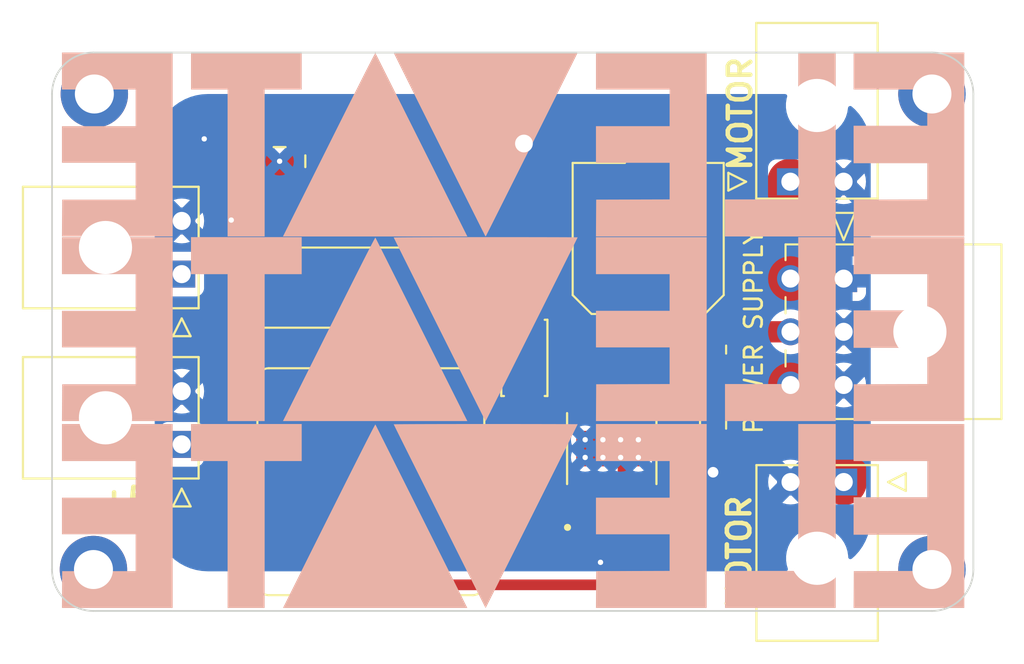
<source format=kicad_pcb>
(kicad_pcb (version 20221018) (generator pcbnew)
  (layers (0 "F.Cu" signal) (31 "B.Cu" signal) (34 "B.Paste" user) (35 "F.Paste" user) (36 "B.SilkS" user "B.Silkscreen") (37 "F.SilkS" user "F.Silkscreen") (38 "B.Mask" user) (39 "F.Mask" user) (44 "Edge.Cuts" user))
  (net 0 "")
  (net 1 "+15V")
  (net 2 "GND")
  (net 3 "+5V")
  (net 4 "Net-(U1-VD)")
  (net 5 "Net-(U1-BST)")
  (net 6 "+3V3")
  (net 7 "/MOTOR_PS1")
  (net 8 "/MOTOR_PS2")
  (net 9 "Net-(U1-ON{slash}~{OFF})")
  (net 11 "Net-(D1-C)")
  (footprint "Resistor_SMD:R_0805_2012Metric_Pad1.20x1.40mm_HandSolder" (layer "F.Cu") (at 158.75 74.87 -90)
    (fp_text reference "R1" hide)
    (fp_text value "1M" hide)
    (fp_line (start -0.227064 -0.735) (end 0.227064 -0.735) (stroke (width 0.12)) (layer "F.SilkS"))
    (fp_line (start -0.227064 0.735) (end 0.227064 0.735) (stroke (width 0.12)) (layer "F.SilkS"))
    (pad "1" smd roundrect (at -1 0 270) (size 1.2 1.4) (layers "F.Cu" "F.Paste" "F.Mask") (roundrect_rratio 0.2083333333) (net 1 "+15V"))
    (pad "2" smd roundrect (at 1 0 270) (size 1.2 1.4) (layers "F.Cu" "F.Paste" "F.Mask") (roundrect_rratio 0.2083333333) (net 9 "Net-(U1-ON{slash}~{OFF})"))
  )
  (footprint "PDB_Diode:DIOM5226X230N" (layer "F.Cu") (at 148.104 75.3375 90)
    (fp_text reference "D1" hide)
    (fp_text value "D_Schottky" hide)
    (fp_line (start -2.15 -1.3025) (end 2.15 -1.3025) (stroke (width 0.127)) (layer "F.SilkS"))
    (fp_line (start -2.15 -1.15) (end -2.15 -1.3025) (stroke (width 0.127)) (layer "F.SilkS"))
    (fp_line (start -2.15 1.3025) (end -2.15 1.15) (stroke (width 0.127)) (layer "F.SilkS"))
    (fp_line (start 2.15 -1.3025) (end 2.15 -1.15) (stroke (width 0.127)) (layer "F.SilkS"))
    (fp_line (start 2.15 1.15) (end 2.15 1.3025) (stroke (width 0.127)) (layer "F.SilkS"))
    (fp_line (start 2.15 1.3025) (end -2.15 1.3025) (stroke (width 0.127)) (layer "F.SilkS"))
    (fp_circle (center -4.1 0) (end -4 0) (stroke (width 0.2)) (fill none) (layer "F.SilkS"))
    (pad "1" smd rect (at -2.135 0 90) (size 2.33 1.55) (layers "F.Cu" "F.Paste" "F.Mask") (net 11 "Net-(D1-C)"))
    (pad "2" smd rect (at 2.135 0 90) (size 2.33 1.55) (layers "F.Cu" "F.Paste" "F.Mask") (net 2 "GND"))
  )
  (footprint "Resistor_SMD:R_0805_2012Metric_Pad1.20x1.40mm_HandSolder" (layer "F.Cu") (at 158.75 79.105 -90)
    (fp_text reference "R2" hide)
    (fp_text value "130k" hide)
    (fp_line (start -0.227064 -0.735) (end 0.227064 -0.735) (stroke (width 0.12)) (layer "F.SilkS"))
    (fp_line (start -0.227064 0.735) (end 0.227064 0.735) (stroke (width 0.12)) (layer "F.SilkS"))
    (pad "1" smd roundrect (at -1 0 270) (size 1.2 1.4) (layers "F.Cu" "F.Paste" "F.Mask") (roundrect_rratio 0.2083333333) (net 9 "Net-(U1-ON{slash}~{OFF})"))
    (pad "2" smd roundrect (at 1 0 270) (size 1.2 1.4) (layers "F.Cu" "F.Paste" "F.Mask") (roundrect_rratio 0.2083333333) (net 2 "GND"))
  )
  (footprint "MountingHole:MountingHole_2.2mm_M2_DIN965_Pad_TopBottom" (layer "F.Cu") (at 123.7996 87.2744)
    (fp_text reference "REF**" hide)
    (fp_text value "MountingHole_2.2mm_M2_DIN965_Pad_TopBottom" hide)
    (pad "1" thru_hole circle (at 0 0) (size 2.6 2.6) (drill 2.2) (layers "*.Cu" "*.Mask"))
    (pad "1" connect circle (at 0 0) (size 3.8 3.8) (layers "F.Cu" "F.Mask"))
    (pad "1" connect circle (at 0 0) (size 3.8 3.8) (layers "B.Cu" "B.Mask"))
  )
  (footprint "Capacitor_SMD:C_01005_0402Metric_Pad0.57x0.30mm_HandSolder" (layer "F.Cu") (at 149.606 80.45 90)
    (fp_text reference "C_IN2" hide)
    (fp_text value "0.1uF" hide)
    (pad "1" smd roundrect (at -0.3375 0 90) (size 0.575 0.3) (layers "F.Cu" "F.Mask") (net 5 "Net-(U1-BST)"))
    (pad "2" smd roundrect (at 0.3375 0 90) (size 0.575 0.3) (layers "F.Cu" "F.Mask") (net 11 "Net-(D1-C)"))
  )
  (footprint "2_Pin:215760-YY02" (layer "F.Cu") (at 163.11 65.4 180)
    (fp_text reference "J4" hide)
    (fp_text value "MOTOR" (at 2.836 3.8304 90) (layer "F.SilkS") (effects (font (size 1.27 1.27) (thickness 0.254))))
    (fp_line (start -4.925 -0.955) (end 1.925 -0.955) (stroke (width 0.127)) (layer "F.SilkS"))
    (fp_line (start -4.925 8.955) (end -4.925 -0.955) (stroke (width 0.127)) (layer "F.SilkS"))
    (fp_line (start 1.925 -0.955) (end 1.925 8.955) (stroke (width 0.127)) (layer "F.SilkS"))
    (fp_line (start 1.925 8.955) (end -4.925 8.955) (stroke (width 0.127)) (layer "F.SilkS"))
    (fp_line (start 2.5 0) (end 3.5 -0.5) (stroke (width 0.127)) (layer "F.SilkS"))
    (fp_line (start 3.5 -0.5) (end 3.5 0.5) (stroke (width 0.127)) (layer "F.SilkS"))
    (fp_line (start 3.5 0.5) (end 2.5 0) (stroke (width 0.127)) (layer "F.SilkS"))
    (pad "" np_thru_hole circle (at -1.5 4.3 180) (size 3 3) (drill 3) (layers "F&B.Cu" "*.Mask"))
    (pad "1" thru_hole rect (at 0 0 180) (size 1.52 1.52) (drill 1.02) (layers "*.Cu" "*.Mask") (net 7 "/MOTOR_PS1"))
    (pad "2" thru_hole circle (at -3 0 180) (size 1.52 1.52) (drill 1.02) (layers "*.Cu" "*.Mask") (net 2 "GND"))
  )
  (footprint "Capacitor_SMD:C_01005_0402Metric_Pad0.57x0.30mm_HandSolder" (layer "F.Cu") (at 131.3365 62.992 180)
    (fp_text reference "C_IN4" hide)
    (fp_text value "0.1uF" hide)
    (pad "1" smd roundrect (at -0.3375 0 180) (size 0.575 0.3) (layers "F.Cu" "F.Mask") (net 6 "+3V3"))
    (pad "2" smd roundrect (at 0.3375 0 180) (size 0.575 0.3) (layers "F.Cu" "F.Mask") (net 2 "GND"))
  )
  (footprint "Capacitor_SMD:C_01005_0402Metric_Pad0.57x0.30mm_HandSolder" (layer "F.Cu") (at 133.01 67.564)
    (fp_text reference "C_IN3" hide)
    (fp_text value "0.1uF" hide)
    (pad "1" smd roundrect (at -0.3375 0) (size 0.575 0.3) (layers "F.Cu" "F.Mask") (net 2 "GND"))
    (pad "2" smd roundrect (at 0.3375 0) (size 0.575 0.3) (layers "F.Cu" "F.Mask") (net 3 "+5V"))
  )
  (footprint "2_Pin:215760-YY02" (layer "F.Cu") (at 128.778 80.216 -90)
    (fp_text reference "J2" hide)
    (fp_text value "+5V" (at 3.096 2.667) (layer "F.SilkS") (effects (font (size 1.27 1.27) (thickness 0.254))))
    (fp_line (start -4.925 -0.955) (end 1.925 -0.955) (stroke (width 0.127)) (layer "F.SilkS"))
    (fp_line (start -4.925 8.955) (end -4.925 -0.955) (stroke (width 0.127)) (layer "F.SilkS"))
    (fp_line (start 1.925 -0.955) (end 1.925 8.955) (stroke (width 0.127)) (layer "F.SilkS"))
    (fp_line (start 1.925 8.955) (end -4.925 8.955) (stroke (width 0.127)) (layer "F.SilkS"))
    (fp_line (start 2.5 0) (end 3.5 -0.5) (stroke (width 0.127)) (layer "F.SilkS"))
    (fp_line (start 3.5 -0.5) (end 3.5 0.5) (stroke (width 0.127)) (layer "F.SilkS"))
    (fp_line (start 3.5 0.5) (end 2.5 0) (stroke (width 0.127)) (layer "F.SilkS"))
    (pad "" np_thru_hole circle (at -1.5 4.3 270) (size 3 3) (drill 3) (layers "*.Cu" "*.Mask"))
    (pad "1" thru_hole rect (at 0 0 270) (size 1.52 1.52) (drill 1.02) (layers "*.Cu" "*.Mask") (net 3 "+5V"))
    (pad "2" thru_hole circle (at -3 0 270) (size 1.52 1.52) (drill 1.02) (layers "*.Cu" "*.Mask") (net 2 "GND"))
  )
  (footprint "2_Pin:215760-YY02" (layer "F.Cu") (at 128.778 70.612 -90)
    (fp_text reference "J3" hide)
    (fp_text value "+3V3" (at 3.302 3.302) (layer "F.SilkS") (effects (font (size 1.27 1.27) (thickness 0.254))))
    (fp_line (start -4.925 -0.955) (end 1.925 -0.955) (stroke (width 0.127)) (layer "F.SilkS"))
    (fp_line (start -4.925 8.955) (end -4.925 -0.955) (stroke (width 0.127)) (layer "F.SilkS"))
    (fp_line (start 1.925 -0.955) (end 1.925 8.955) (stroke (width 0.127)) (layer "F.SilkS"))
    (fp_line (start 1.925 8.955) (end -4.925 8.955) (stroke (width 0.127)) (layer "F.SilkS"))
    (fp_line (start 2.5 0) (end 3.5 -0.5) (stroke (width 0.127)) (layer "F.SilkS"))
    (fp_line (start 3.5 -0.5) (end 3.5 0.5) (stroke (width 0.127)) (layer "F.SilkS"))
    (fp_line (start 3.5 0.5) (end 2.5 0) (stroke (width 0.127)) (layer "F.SilkS"))
    (pad "" np_thru_hole circle (at -1.5 4.3 270) (size 3 3) (drill 3) (layers "*.Cu" "*.Mask"))
    (pad "1" thru_hole rect (at 0 0 270) (size 1.52 1.52) (drill 1.02) (layers "*.Cu" "*.Mask") (net 6 "+3V3"))
    (pad "2" thru_hole circle (at -3 0 270) (size 1.52 1.52) (drill 1.02) (layers "*.Cu" "*.Mask") (net 2 "GND"))
  )
  (footprint "MountingHole:MountingHole_2.2mm_M2_DIN965_Pad_TopBottom" (layer "F.Cu") (at 171.0944 87.2744)
    (fp_text reference "REF**" hide)
    (fp_text value "MountingHole_2.2mm_M2_DIN965_Pad_TopBottom" hide)
    (pad "1" thru_hole circle (at 0 0) (size 2.6 2.6) (drill 2.2) (layers "*.Cu" "*.Mask"))
    (pad "1" connect circle (at 0 0) (size 3.8 3.8) (layers "F.Cu" "F.Mask"))
    (pad "1" connect circle (at 0 0) (size 3.8 3.8) (layers "B.Cu" "B.Mask"))
  )
  (footprint "LDO_Regulator:SOT95P280X145-5N" (layer "F.Cu") (at 134.3 64.245 90)
    (fp_text reference "U2" hide)
    (fp_text value "5V TO 3V3 LDO")
    (fp_line (start -0.33 -1.45) (end 0.33 -1.45) (stroke (width 0.127)) (layer "F.SilkS"))
    (fp_line (start 0.33 1.45) (end -0.33 1.45) (stroke (width 0.127)) (layer "F.SilkS"))
    (fp_line (start 0.8 -0.335) (end 0.8 0.335) (stroke (width 0.127)) (layer "F.SilkS"))
    (fp_circle (center -2.41 -1.05) (end -2.31 -1.05) (stroke (width 0.2)) (fill none) (layer "F.SilkS"))
    (pad "1" smd roundrect (at -1.255 -0.95 90) (size 1.21 0.59) (layers "F.Cu" "F.Paste" "F.Mask") (roundrect_rratio 0.15) (net 3 "+5V"))
    (pad "2" smd roundrect (at -1.255 0 90) (size 1.21 0.59) (layers "F.Cu" "F.Paste" "F.Mask") (roundrect_rratio 0.15) (net 2 "GND"))
    (pad "2" thru_hole circle (at 0 0 90) (size 0.6 0.6) (drill 0.3) (layers "*.Cu" "*.Mask") (net 2 "GND"))
    (pad "2" smd rect (at 0 0 90) (size 0.75 2) (layers "F.Cu" "F.Paste" "F.Mask") (net 2 "GND"))
    (pad "3" smd roundrect (at -1.255 0.95 90) (size 1.21 0.59) (layers "F.Cu" "F.Paste" "F.Mask") (roundrect_rratio 0.15) (net 3 "+5V"))
    (pad "4" smd roundrect (at 1.255 0.95 90) (size 1.21 0.59) (layers "F.Cu" "F.Paste" "F.Mask") (roundrect_rratio 0.15))
    (pad "5" smd roundrect (at 1.255 -0.95 90) (size 1.21 0.59) (layers "F.Cu" "F.Paste" "F.Mask") (roundrect_rratio 0.15) (net 6 "+3V3"))
  )
  (footprint "6_Pin:2125280601" (layer "F.Cu") (at 166.116 70.866 90)
    (fp_text reference "J1" hide)
    (fp_text value "POWER SUPPLY" (at -2.995005 -5.08 90) (layer "F.SilkS"))
    (fp_text user "*" (at 0 0 90) (layer "F.SilkS"))
    (fp_line (start -7.920007 -3.280001) (end -7.920007 8.9) (stroke (width 0.12)) (layer "F.SilkS"))
    (fp_line (start -7.920007 8.9) (end 1.929994 8.9) (stroke (width 0.12)) (layer "F.SilkS"))
    (fp_line (start -7.043111 -3.280001) (end -7.920007 -3.280001) (stroke (width 0.12)) (layer "F.SilkS"))
    (fp_line (start -4.043112 -3.280001) (end -4.956885 -3.280001) (stroke (width 0.12)) (layer "F.SilkS"))
    (fp_line (start -1.043113 -3.280001) (end -1.956886 -3.280001) (stroke (width 0.12)) (layer "F.SilkS"))
    (fp_line (start 1.929994 -3.280001) (end 1.043113 -3.280001) (stroke (width 0.12)) (layer "F.SilkS"))
    (fp_line (start 1.929994 8.9) (end 1.929994 -3.280001) (stroke (width 0.12)) (layer "F.SilkS"))
    (fp_line (start 2.183994 0) (end 3.707993 -0.635) (stroke (width 0.12)) (layer "F.SilkS"))
    (fp_line (start 3.707993 -0.635) (end 3.707993 0.635) (stroke (width 0.12)) (layer "F.SilkS"))
    (fp_line (start 3.707993 0.635) (end 2.183994 0) (stroke (width 0.12)) (layer "F.SilkS"))
    (pad "" np_thru_hole circle (at -2.999999 4.299999 90) (size 3 3) (drill 3) (layers "F&B.Cu" "*.Mask"))
    (pad "1" thru_hole rect (at 0 0 180) (size 1.52 1.52) (drill 1.016) (layers "*.Cu" "*.Mask") (net 2 "GND"))
    (pad "2" thru_hole circle (at -2.999999 0 90) (size 1.52 1.52) (drill 1.016) (layers "*.Cu" "*.Mask") (net 2 "GND"))
    (pad "3" thru_hole circle (at -5.999998 0 90) (size 1.52 1.52) (drill 1.016) (layers "*.Cu" "*.Mask") (net 2 "GND"))
    (pad "4" thru_hole circle (at 0 -2.999999 180) (size 1.52 1.52) (drill 1.016) (layers "*.Cu" "*.Mask") (net 7 "/MOTOR_PS1"))
    (pad "5" thru_hole circle (at -2.999999 -2.999999 90) (size 1.52 1.52) (drill 1.016) (layers "*.Cu" "*.Mask") (net 1 "+15V"))
    (pad "6" thru_hole circle (at -5.999998 -2.999999 90) (size 1.52 1.52) (drill 1.016) (layers "*.Cu" "*.Mask") (net 8 "/MOTOR_PS2"))
  )
  (footprint "Switching_Regulator:SOIC127P600X175-8N" (layer "F.Cu") (at 153.035 80.453 90)
    (fp_text reference "U1" hide)
    (fp_text value "16V TO 5V")
    (fp_line (start -2 -2.52) (end 2 -2.52) (stroke (width 0.127)) (layer "F.SilkS"))
    (fp_line (start -2 2.52) (end 2 2.52) (stroke (width 0.127)) (layer "F.SilkS"))
    (fp_circle (center -4.445 -2.495) (end -4.345 -2.495) (stroke (width 0.2)) (fill none) (layer "F.SilkS"))
    (pad "1" smd roundrect (at -2.475 -1.905 90) (size 1.97 0.59) (layers "F.Cu" "F.Paste" "F.Mask") (roundrect_rratio 0.07) (net 5 "Net-(U1-BST)"))
    (pad "2" smd roundrect (at -2.475 -0.635 90) (size 1.97 0.59) (layers "F.Cu" "F.Paste" "F.Mask") (roundrect_rratio 0.07) (net 4 "Net-(U1-VD)"))
    (pad "3" smd roundrect (at -2.475 0.635 90) (size 1.97 0.59) (layers "F.Cu" "F.Paste" "F.Mask") (roundrect_rratio 0.07) (net 2 "GND"))
    (pad "4" smd roundrect (at -2.475 1.905 90) (size 1.97 0.59) (layers "F.Cu" "F.Paste" "F.Mask") (roundrect_rratio 0.07) (net 3 "+5V"))
    (pad "5" smd roundrect (at 2.475 1.905 90) (size 1.97 0.59) (layers "F.Cu" "F.Paste" "F.Mask") (roundrect_rratio 0.07) (net 9 "Net-(U1-ON{slash}~{OFF})"))
    (pad "6" thru_hole circle (at -0.5 -1.5 90) (size 0.6 0.6) (drill 0.3) (layers "*.Cu" "*.Mask") (net 2 "GND"))
    (pad "6" thru_hole circle (at -0.5 -0.5 90) (size 0.6 0.6) (drill 0.3) (layers "*.Cu" "*.Mask") (net 2 "GND"))
    (pad "6" thru_hole circle (at -0.5 0.5 90) (size 0.6 0.6) (drill 0.3) (layers "*.Cu" "*.Mask") (net 2 "GND"))
    (pad "6" thru_hole circle (at -0.5 1.5 90) (size 0.6 0.6) (drill 0.3) (layers "*.Cu" "*.Mask") (net 2 "GND"))
    (pad "6" smd rect (at 0 0 90) (size 2 4) (layers "F.Cu" "F.Paste" "F.Mask") (net 2 "GND"))
    (pad "6" thru_hole circle (at 0.5 -1.5 90) (size 0.6 0.6) (drill 0.3) (layers "*.Cu" "*.Mask") (net 2 "GND"))
    (pad "6" thru_hole circle (at 0.5 -0.5 90) (size 0.6 0.6) (drill 0.3) (layers "*.Cu" "*.Mask") (net 2 "GND"))
    (pad "6" thru_hole circle (at 0.5 0.5 90) (size 0.6 0.6) (drill 0.3) (layers "*.Cu" "*.Mask") (net 2 "GND"))
    (pad "6" thru_hole circle (at 0.5 1.5 90) (size 0.6 0.6) (drill 0.3) (layers "*.Cu" "*.Mask") (net 2 "GND"))
    (pad "6" smd roundrect (at 2.475 0.635 90) (size 1.97 0.59) (layers "F.Cu" "F.Paste" "F.Mask") (roundrect_rratio 0.07) (net 2 "GND"))
    (pad "7" smd roundrect (at 2.475 -0.635 90) (size 1.97 0.59) (layers "F.Cu" "F.Paste" "F.Mask") (roundrect_rratio 0.07) (net 1 "+15V"))
    (pad "8" smd roundrect (at 2.475 -1.905 90) (size 1.97 0.59) (layers "F.Cu" "F.Paste" "F.Mask") (roundrect_rratio 0.07) (net 11 "Net-(D1-C)"))
  )
  (footprint "Inductor_SMD:L_Bourns_SRR1260" (layer "F.Cu") (at 139.446 82.32 -90)
    (fp_text reference "L1" hide)
    (fp_text value "220uH" hide)
    (fp_line (start -6.4 -5.75) (end -6.4 -3) (stroke (width 0.12)) (layer "F.SilkS"))
    (fp_line (start -6.4 3) (end -6.4 5.75) (stroke (width 0.12)) (layer "F.SilkS"))
    (fp_line (start -5.75 -6.4) (end 5.75 -6.4) (stroke (width 0.12)) (layer "F.SilkS"))
    (fp_line (start 5.75 6.4) (end -5.75 6.4) (stroke (width 0.12)) (layer "F.SilkS"))
    (fp_line (start 6.4 -5.75) (end 6.4 -3) (stroke (width 0.12)) (layer "F.SilkS"))
    (fp_line (start 6.4 3) (end 6.4 5.75) (stroke (width 0.12)) (layer "F.SilkS"))
    (fp_arc (start -6.4 -5.75) (mid -6.209619 -6.209619) (end -5.75 -6.4) (stroke (width 0.12)) (layer "F.SilkS"))
    (fp_arc (start -5.75 6.4) (mid -6.209619 6.209619) (end -6.4 5.75) (stroke (width 0.12)) (layer "F.SilkS"))
    (fp_arc (start 5.75 -6.4) (mid 6.209619 -6.209619) (end 6.4 -5.75) (stroke (width 0.12)) (layer "F.SilkS"))
    (fp_arc (start 6.4 5.75) (mid 6.209619 6.209619) (end 5.75 6.4) (stroke (width 0.12)) (layer "F.SilkS"))
    (pad "1" smd rect (at -4.85 0 270) (size 2.9 5.4) (layers "F.Cu" "F.Paste" "F.Mask") (net 11 "Net-(D1-C)"))
    (pad "2" smd rect (at 4.85 0 270) (size 2.9 5.4) (layers "F.Cu" "F.Paste" "F.Mask") (net 3 "+5V"))
  )
  (footprint "Capacitor_SMD:C_01005_0402Metric_Pad0.57x0.30mm_HandSolder" (layer "F.Cu") (at 152.4 85.4525 -90)
    (fp_text reference "C_IN1" hide)
    (fp_text value "0.1uF" hide)
    (pad "1" smd roundrect (at -0.3375 0 270) (size 0.575 0.3) (layers "F.Cu" "F.Mask") (net 4 "Net-(U1-VD)"))
    (pad "2" smd roundrect (at 0.3375 0 270) (size 0.575 0.3) (layers "F.Cu" "F.Mask") (net 2 "GND"))
  )
  (footprint "Capacitor_Tantalum_SMD:CP_EIA-7343-31_Kemet-D_Pad2.25x2.55mm_HandSolder" (layer "F.Cu") (at 137.541 71.374)
    (fp_text reference "C2" hide)
    (fp_text value "33uF" hide)
    (fp_line (start -4.585 -2.26) (end -4.585 2.26) (stroke (width 0.12)) (layer "F.SilkS"))
    (fp_line (start -4.585 2.26) (end 3.65 2.26) (stroke (width 0.12)) (layer "F.SilkS"))
    (fp_line (start 3.65 -2.26) (end -4.585 -2.26) (stroke (width 0.12)) (layer "F.SilkS"))
    (pad "1" smd roundrect (at -3.2 0) (size 2.25 2.55) (layers "F.Cu" "F.Paste" "F.Mask") (roundrect_rratio 0.1111111111) (net 3 "+5V"))
    (pad "2" smd roundrect (at 3.2 0) (size 2.25 2.55) (layers "F.Cu" "F.Paste" "F.Mask") (roundrect_rratio 0.1111111111) (net 2 "GND"))
  )
  (footprint "MountingHole:MountingHole_2.2mm_M2_DIN965_Pad_TopBottom" (layer "F.Cu") (at 123.8504 60.452)
    (fp_text reference "REF**" hide)
    (fp_text value "MountingHole_2.2mm_M2_DIN965_Pad_TopBottom" hide)
    (pad "1" thru_hole circle (at 0 0) (size 2.6 2.6) (drill 2.2) (layers "*.Cu" "*.Mask"))
    (pad "1" connect circle (at 0 0) (size 3.8 3.8) (layers "F.Cu" "F.Mask"))
    (pad "1" connect circle (at 0 0) (size 3.8 3.8) (layers "B.Cu" "B.Mask"))
  )
  (footprint "2_Pin:215760-YY02" (layer "F.Cu") (at 166.12 82.34)
    (fp_text reference "J5" hide)
    (fp_text value "MOTOR" (at -5.8968 3.9692 90) (layer "F.SilkS") (effects (font (size 1.27 1.27) (thickness 0.254))))
    (fp_line (start -4.925 -0.955) (end 1.925 -0.955) (stroke (width 0.127)) (layer "F.SilkS"))
    (fp_line (start -4.925 8.955) (end -4.925 -0.955) (stroke (width 0.127)) (layer "F.SilkS"))
    (fp_line (start 1.925 -0.955) (end 1.925 8.955) (stroke (width 0.127)) (layer "F.SilkS"))
    (fp_line (start 1.925 8.955) (end -4.925 8.955) (stroke (width 0.127)) (layer "F.SilkS"))
    (fp_line (start 2.5 0) (end 3.5 -0.5) (stroke (width 0.127)) (layer "F.SilkS"))
    (fp_line (start 3.5 -0.5) (end 3.5 0.5) (stroke (width 0.127)) (layer "F.SilkS"))
    (fp_line (start 3.5 0.5) (end 2.5 0) (stroke (width 0.127)) (layer "F.SilkS"))
    (pad "" np_thru_hole circle (at -1.5 4.3) (size 3 3) (drill 3) (layers "*.Cu" "*.Mask"))
    (pad "1" thru_hole rect (at 0 0) (size 1.52 1.52) (drill 1.02) (layers "*.Cu" "*.Mask") (net 8 "/MOTOR_PS2"))
    (pad "2" thru_hole circle (at -3 0) (size 1.52 1.52) (drill 1.02) (layers "*.Cu" "*.Mask") (net 2 "GND"))
  )
  (footprint "MountingHole:MountingHole_2.2mm_M2_DIN965_Pad_TopBottom" (layer "F.Cu") (at 171.0944 60.452)
    (fp_text reference "REF**" hide)
    (fp_text value "MountingHole_2.2mm_M2_DIN965_Pad_TopBottom" hide)
    (pad "1" thru_hole circle (at 0 0) (size 2.6 2.6) (drill 2.2) (layers "*.Cu" "*.Mask"))
    (pad "1" connect circle (at 0 0) (size 3.8 3.8) (layers "F.Cu" "F.Mask"))
    (pad "1" connect circle (at 0 0) (size 3.8 3.8) (layers "B.Cu" "B.Mask"))
  )
  (footprint "Capacitor_SMD:C_Elec_8x10.2" (layer "F.Cu") (at 155.09 68.6 90)
    (fp_text reference "C1" hide)
    (fp_text value "100uF" hide)
    (fp_line (start -4.26 -3.195563) (end -4.26 -1.31) (stroke (width 0.12)) (layer "F.SilkS"))
    (fp_line (start -4.26 -3.195563) (end -3.195563 -4.26) (stroke (width 0.12)) (layer "F.SilkS"))
    (fp_line (start -4.26 3.195563) (end -4.26 1.31) (stroke (width 0.12)) (layer "F.SilkS"))
    (fp_line (start -4.26 3.195563) (end -3.195563 4.26) (stroke (width 0.12)) (layer "F.SilkS"))
    (fp_line (start -3.195563 -4.26) (end 4.26 -4.26) (stroke (width 0.12)) (layer "F.SilkS"))
    (fp_line (start -3.195563 4.26) (end 4.26 4.26) (stroke (width 0.12)) (layer "F.SilkS"))
    (fp_line (start 4.26 -4.26) (end 4.26 -1.31) (stroke (width 0.12)) (layer "F.SilkS"))
    (fp_line (start 4.26 4.26) (end 4.26 1.31) (stroke (width 0.12)) (layer "F.SilkS"))
    (pad "1" smd roundrect (at -3.6 0 90) (size 4.5 2.1) (layers "F.Cu" "F.Paste" "F.Mask") (roundrect_rratio 0.1190480952) (net 1 "+15V"))
    (pad "2" smd roundrect (at 3.6 0 90) (size 4.5 2.1) (layers "F.Cu" "F.Paste" "F.Mask") (roundrect_rratio 0.1190480952) (net 2 "GND"))
  )
  (footprint "Elevate_Logo:ElevateLogo" (layer "B.Cu") (at 147.447 63.373 180)
    (fp_text reference "G***" hide)
    (fp_text value "LOGO" hide)
    (fp_poly (pts (xy -16.105518 1.11878) (xy -16.105518 -3.024395) (xy -14.040077 -3.024395) (xy -11.974637 -3.024395) (xy -11.974637 -4.069409) (xy -11.974637 -5.114424) (xy -15.097386 -5.114424) (xy -18.220135 -5.114424) (xy -18.220135 0.073766) (xy -18.220135 5.261955) (xy -17.162826 5.261955) (xy -16.105518 5.261955)) (fill solid) (layer "B.SilkS"))
    (fp_poly (pts (xy 18.14637 4.216941) (xy 18.14637 3.171926) (xy 17.11365 3.171926) (xy 16.08093 3.171926) (xy 16.08093 -0.971249) (xy 16.08093 -5.114424) (xy 15.035915 -5.114424) (xy 13.990901 -5.114424) (xy 13.990901 -0.971249) (xy 13.990901 3.171926) (xy 12.945886 3.171926) (xy 11.900872 3.171926) (xy 11.900872 4.216941) (xy 11.900872 5.261955) (xy 15.023621 5.261955) (xy 18.14637 5.261955)) (fill solid) (layer "B.SilkS"))
    (fp_poly (pts (xy -19.228267 4.216941) (xy -19.228267 3.171926) (xy -21.306002 3.171926) (xy -23.383736 3.171926) (xy -23.383736 2.151501) (xy -23.383736 1.131075) (xy -21.306002 1.131075) (xy -19.228267 1.131075) (xy -19.228267 0.073766) (xy -19.228267 -0.983543) (xy -21.306002 -0.983543) (xy -23.383736 -0.983543) (xy -23.383736 -2.003829) (xy -23.383736 -3.024116) (xy -21.312149 -3.030402) (xy -19.240561 -3.036689) (xy -19.234147 -4.075557) (xy -19.227733 -5.114424) (xy -22.350749 -5.114424) (xy -25.473765 -5.114424) (xy -25.473765 0.073766) (xy -25.473765 5.261955) (xy -22.351016 5.261955) (xy -19.228267 5.261955)) (fill solid) (layer "B.SilkS"))
    (fp_poly (pts (xy -4.696418 4.216941) (xy -4.696418 3.171926) (xy -6.774153 3.171926) (xy -8.851887 3.171926) (xy -8.851887 2.139206) (xy -8.851887 1.106486) (xy -6.774153 1.106486) (xy -4.696418 1.106486) (xy -4.696418 0.073766) (xy -4.696418 -0.958954) (xy -6.774153 -0.958954) (xy -8.851887 -0.958954) (xy -8.851887 -1.991535) (xy -8.851887 -3.024116) (xy -6.7803 -3.030402) (xy -4.708712 -3.036689) (xy -4.702298 -4.075557) (xy -4.695884 -5.114424) (xy -7.8189 -5.114424) (xy -10.941916 -5.114424) (xy -10.941916 0.073766) (xy -10.941916 5.261955) (xy -7.819167 5.261955) (xy -4.696418 5.261955)) (fill solid) (layer "B.SilkS"))
    (fp_poly (pts (xy 25.424589 4.216941) (xy 25.424589 3.171926) (xy 23.346854 3.171926) (xy 21.269119 3.171926) (xy 21.269119 2.139206) (xy 21.269119 1.106486) (xy 23.346854 1.106486) (xy 25.424589 1.106486) (xy 25.424589 0.073766) (xy 25.424589 -0.958954) (xy 23.346854 -0.958954) (xy 21.269119 -0.958954) (xy 21.269118 -1.997822) (xy 21.269117 -3.036689) (xy 23.340706 -3.036689) (xy 25.412295 -3.036689) (xy 25.418709 -4.075557) (xy 25.425123 -5.114424) (xy 22.302107 -5.114424) (xy 19.17909 -5.114424) (xy 19.17909 0.073766) (xy 19.17909 5.261955) (xy 22.30184 5.261955) (xy 25.424589 5.261955)) (fill solid) (layer "B.SilkS"))
    (fp_poly (pts (xy 7.753813 5.224584) (xy 7.778991 5.18297) (xy 7.819648 5.109756) (xy 7.876195 5.004131) (xy 7.949045 4.865283) (xy 8.038608 4.692401) (xy 8.145299 4.484673) (xy 8.269528 4.241287) (xy 8.411707 3.961431) (xy 8.572248 3.644295) (xy 8.751565 3.289066) (xy 8.950068 2.894933) (xy 9.168169 2.461085) (xy 9.406281 1.986709) (xy 9.664816 1.470994) (xy 9.944185 0.913129) (xy 10.244801 0.312301) (xy 10.361991 0.077956) (xy 12.958204 -5.114424) (xy 7.757654 -5.114424) (xy 2.557104 -5.114424) (xy 5.139363 0.04303) (xy 5.376465 0.516547) (xy 5.607883 0.978635) (xy 5.832643 1.427355) (xy 6.049772 1.860767) (xy 6.258298 2.276931) (xy 6.457249 2.673909) (xy 6.64565 3.049761) (xy 6.82253 3.402546) (xy 6.986916 3.730325) (xy 7.137834 4.03116) (xy 7.274312 4.30311) (xy 7.395378 4.544235) (xy 7.500057 4.752597) (xy 7.587378 4.926255) (xy 7.656368 5.06327) (xy 7.706053 5.161703) (xy 7.735461 5.219614) (xy 7.7437 5.23541)) (fill solid) (layer "B.SilkS"))
    (fp_poly (pts (xy 2.025867 5.261869) (xy 2.514048 5.261617) (xy 2.98677 5.261205) (xy 3.441765 5.260643) (xy 3.876768 5.259938) (xy 4.289513 5.259099) (xy 4.677732 5.258133) (xy 5.039159 5.257049) (xy 5.371529 5.255855) (xy 5.672575 5.254558) (xy 5.940031 5.253167) (xy 6.171629 5.25169) (xy 6.365105 5.250134) (xy 6.518191 5.248509) (xy 6.628621 5.246822) (xy 6.694129 5.24508) (xy 6.712816 5.243514) (xy 6.702012 5.220722) (xy 6.670363 5.156302) (xy 6.619042 5.052598) (xy 6.549222 4.911957) (xy 6.462074 4.736722) (xy 6.358771 4.52924) (xy 6.240487 4.291856) (xy 6.108392 4.026913) (xy 5.96366 3.736758) (xy 5.807463 3.423736) (xy 5.640973 3.090191) (xy 5.465363 2.738469) (xy 5.281805 2.370915) (xy 5.091473 1.989874) (xy 4.895537 1.597691) (xy 4.695171 1.196711) (xy 4.491547 0.789279) (xy 4.285837 0.37774) (xy 4.079214 -0.03556) (xy 3.872851 -0.448276) (xy 3.667919 -0.858064) (xy 3.465592 -1.262579) (xy 3.267041 -1.659474) (xy 3.07344 -2.046406) (xy 2.885959 -2.421029) (xy 2.705773 -2.780998) (xy 2.534053 -3.123967) (xy 2.371972 -3.447593) (xy 2.220703 -3.749529) (xy 2.081417 -4.027431) (xy 1.955287 -4.278953) (xy 1.843485 -4.501751) (xy 1.747185 -4.693479) (xy 1.667558 -4.851792) (xy 1.605777 -4.974345) (xy 1.563014 -5.058794) (xy 1.540442 -5.102792) (xy 1.537111 -5.108871) (xy 1.519997 -5.098848) (xy 1.507361 -5.084282) (xy 1.494319 -5.059775) (xy 1.460531 -4.993728) (xy 1.407173 -4.888489) (xy 1.335418 -4.746406) (xy 1.246443 -4.569828) (xy 1.141422 -4.361103) (xy 1.02153 -4.122577) (xy 0.887943 -3.8566) (xy 0.741835 -3.56552) (xy 0.584381 -3.251683) (xy 0.416757 -2.917439) (xy 0.240137 -2.565135) (xy 0.055697 -2.197119) (xy -0.135388 -1.815739) (xy -0.331943 -1.423344) (xy -0.532794 -1.022281) (xy -0.736765 -0.614898) (xy -0.942681 -0.203543) (xy -1.149367 0.209436) (xy -1.355648 0.621691) (xy -1.560348 1.030874) (xy -1.762294 1.434636) (xy -1.960309 1.830631) (xy -2.15322 2.216509) (xy -2.339849 2.589924) (xy -2.519024 2.948526) (xy -2.689568 3.289969) (xy -2.850306 3.611903) (xy -3.000064 3.911982) (xy -3.137667 4.187857) (xy -3.261938 4.43718) (xy -3.371704 4.657602) (xy -3.465789 4.846778) (xy -3.543019 5.002357) (xy -3.602217 5.121992) (xy -3.642209 5.203336) (xy -3.661821 5.244039) (xy -3.663698 5.248443) (xy -3.639487 5.249749) (xy -3.568365 5.25102) (xy -3.452599 5.252251) (xy -3.294454 5.253436) (xy -3.096197 5.254569) (xy -2.860095 5.255644) (xy -2.588412 5.256655) (xy -2.283417 5.257597) (xy -1.947374 5.258462) (xy -1.582551 5.259246) (xy -1.191213 5.259943) (xy -0.775627 5.260546) (xy -0.338059 5.26105) (xy 0.119224 5.261449) (xy 0.593957 5.261736) (xy 1.083873 5.261907) (xy 1.524492 5.261955)) (fill solid) (layer "B.SilkS"))
  )
  (footprint "Elevate_Logo:ElevateLogo" (layer "B.Cu") (at 147.447 73.787 180)
    (fp_text reference "G***" hide)
    (fp_text value "LOGO" hide)
    (fp_poly (pts (xy -16.105518 1.11878) (xy -16.105518 -3.024395) (xy -14.040077 -3.024395) (xy -11.974637 -3.024395) (xy -11.974637 -4.069409) (xy -11.974637 -5.114424) (xy -15.097386 -5.114424) (xy -18.220135 -5.114424) (xy -18.220135 0.073766) (xy -18.220135 5.261955) (xy -17.162826 5.261955) (xy -16.105518 5.261955)) (fill solid) (layer "B.SilkS"))
    (fp_poly (pts (xy 18.14637 4.216941) (xy 18.14637 3.171926) (xy 17.11365 3.171926) (xy 16.08093 3.171926) (xy 16.08093 -0.971249) (xy 16.08093 -5.114424) (xy 15.035915 -5.114424) (xy 13.990901 -5.114424) (xy 13.990901 -0.971249) (xy 13.990901 3.171926) (xy 12.945886 3.171926) (xy 11.900872 3.171926) (xy 11.900872 4.216941) (xy 11.900872 5.261955) (xy 15.023621 5.261955) (xy 18.14637 5.261955)) (fill solid) (layer "B.SilkS"))
    (fp_poly (pts (xy -19.228267 4.216941) (xy -19.228267 3.171926) (xy -21.306002 3.171926) (xy -23.383736 3.171926) (xy -23.383736 2.151501) (xy -23.383736 1.131075) (xy -21.306002 1.131075) (xy -19.228267 1.131075) (xy -19.228267 0.073766) (xy -19.228267 -0.983543) (xy -21.306002 -0.983543) (xy -23.383736 -0.983543) (xy -23.383736 -2.003829) (xy -23.383736 -3.024116) (xy -21.312149 -3.030402) (xy -19.240561 -3.036689) (xy -19.234147 -4.075557) (xy -19.227733 -5.114424) (xy -22.350749 -5.114424) (xy -25.473765 -5.114424) (xy -25.473765 0.073766) (xy -25.473765 5.261955) (xy -22.351016 5.261955) (xy -19.228267 5.261955)) (fill solid) (layer "B.SilkS"))
    (fp_poly (pts (xy -4.696418 4.216941) (xy -4.696418 3.171926) (xy -6.774153 3.171926) (xy -8.851887 3.171926) (xy -8.851887 2.139206) (xy -8.851887 1.106486) (xy -6.774153 1.106486) (xy -4.696418 1.106486) (xy -4.696418 0.073766) (xy -4.696418 -0.958954) (xy -6.774153 -0.958954) (xy -8.851887 -0.958954) (xy -8.851887 -1.991535) (xy -8.851887 -3.024116) (xy -6.7803 -3.030402) (xy -4.708712 -3.036689) (xy -4.702298 -4.075557) (xy -4.695884 -5.114424) (xy -7.8189 -5.114424) (xy -10.941916 -5.114424) (xy -10.941916 0.073766) (xy -10.941916 5.261955) (xy -7.819167 5.261955) (xy -4.696418 5.261955)) (fill solid) (layer "B.SilkS"))
    (fp_poly (pts (xy 25.424589 4.216941) (xy 25.424589 3.171926) (xy 23.346854 3.171926) (xy 21.269119 3.171926) (xy 21.269119 2.139206) (xy 21.269119 1.106486) (xy 23.346854 1.106486) (xy 25.424589 1.106486) (xy 25.424589 0.073766) (xy 25.424589 -0.958954) (xy 23.346854 -0.958954) (xy 21.269119 -0.958954) (xy 21.269118 -1.997822) (xy 21.269117 -3.036689) (xy 23.340706 -3.036689) (xy 25.412295 -3.036689) (xy 25.418709 -4.075557) (xy 25.425123 -5.114424) (xy 22.302107 -5.114424) (xy 19.17909 -5.114424) (xy 19.17909 0.073766) (xy 19.17909 5.261955) (xy 22.30184 5.261955) (xy 25.424589 5.261955)) (fill solid) (layer "B.SilkS"))
    (fp_poly (pts (xy 7.753813 5.224584) (xy 7.778991 5.18297) (xy 7.819648 5.109756) (xy 7.876195 5.004131) (xy 7.949045 4.865283) (xy 8.038608 4.692401) (xy 8.145299 4.484673) (xy 8.269528 4.241287) (xy 8.411707 3.961431) (xy 8.572248 3.644295) (xy 8.751565 3.289066) (xy 8.950068 2.894933) (xy 9.168169 2.461085) (xy 9.406281 1.986709) (xy 9.664816 1.470994) (xy 9.944185 0.913129) (xy 10.244801 0.312301) (xy 10.361991 0.077956) (xy 12.958204 -5.114424) (xy 7.757654 -5.114424) (xy 2.557104 -5.114424) (xy 5.139363 0.04303) (xy 5.376465 0.516547) (xy 5.607883 0.978635) (xy 5.832643 1.427355) (xy 6.049772 1.860767) (xy 6.258298 2.276931) (xy 6.457249 2.673909) (xy 6.64565 3.049761) (xy 6.82253 3.402546) (xy 6.986916 3.730325) (xy 7.137834 4.03116) (xy 7.274312 4.30311) (xy 7.395378 4.544235) (xy 7.500057 4.752597) (xy 7.587378 4.926255) (xy 7.656368 5.06327) (xy 7.706053 5.161703) (xy 7.735461 5.219614) (xy 7.7437 5.23541)) (fill solid) (layer "B.SilkS"))
    (fp_poly (pts (xy 2.025867 5.261869) (xy 2.514048 5.261617) (xy 2.98677 5.261205) (xy 3.441765 5.260643) (xy 3.876768 5.259938) (xy 4.289513 5.259099) (xy 4.677732 5.258133) (xy 5.039159 5.257049) (xy 5.371529 5.255855) (xy 5.672575 5.254558) (xy 5.940031 5.253167) (xy 6.171629 5.25169) (xy 6.365105 5.250134) (xy 6.518191 5.248509) (xy 6.628621 5.246822) (xy 6.694129 5.24508) (xy 6.712816 5.243514) (xy 6.702012 5.220722) (xy 6.670363 5.156302) (xy 6.619042 5.052598) (xy 6.549222 4.911957) (xy 6.462074 4.736722) (xy 6.358771 4.52924) (xy 6.240487 4.291856) (xy 6.108392 4.026913) (xy 5.96366 3.736758) (xy 5.807463 3.423736) (xy 5.640973 3.090191) (xy 5.465363 2.738469) (xy 5.281805 2.370915) (xy 5.091473 1.989874) (xy 4.895537 1.597691) (xy 4.695171 1.196711) (xy 4.491547 0.789279) (xy 4.285837 0.37774) (xy 4.079214 -0.03556) (xy 3.872851 -0.448276) (xy 3.667919 -0.858064) (xy 3.465592 -1.262579) (xy 3.267041 -1.659474) (xy 3.07344 -2.046406) (xy 2.885959 -2.421029) (xy 2.705773 -2.780998) (xy 2.534053 -3.123967) (xy 2.371972 -3.447593) (xy 2.220703 -3.749529) (xy 2.081417 -4.027431) (xy 1.955287 -4.278953) (xy 1.843485 -4.501751) (xy 1.747185 -4.693479) (xy 1.667558 -4.851792) (xy 1.605777 -4.974345) (xy 1.563014 -5.058794) (xy 1.540442 -5.102792) (xy 1.537111 -5.108871) (xy 1.519997 -5.098848) (xy 1.507361 -5.084282) (xy 1.494319 -5.059775) (xy 1.460531 -4.993728) (xy 1.407173 -4.888489) (xy 1.335418 -4.746406) (xy 1.246443 -4.569828) (xy 1.141422 -4.361103) (xy 1.02153 -4.122577) (xy 0.887943 -3.8566) (xy 0.741835 -3.56552) (xy 0.584381 -3.251683) (xy 0.416757 -2.917439) (xy 0.240137 -2.565135) (xy 0.055697 -2.197119) (xy -0.135388 -1.815739) (xy -0.331943 -1.423344) (xy -0.532794 -1.022281) (xy -0.736765 -0.614898) (xy -0.942681 -0.203543) (xy -1.149367 0.209436) (xy -1.355648 0.621691) (xy -1.560348 1.030874) (xy -1.762294 1.434636) (xy -1.960309 1.830631) (xy -2.15322 2.216509) (xy -2.339849 2.589924) (xy -2.519024 2.948526) (xy -2.689568 3.289969) (xy -2.850306 3.611903) (xy -3.000064 3.911982) (xy -3.137667 4.187857) (xy -3.261938 4.43718) (xy -3.371704 4.657602) (xy -3.465789 4.846778) (xy -3.543019 5.002357) (xy -3.602217 5.121992) (xy -3.642209 5.203336) (xy -3.661821 5.244039) (xy -3.663698 5.248443) (xy -3.639487 5.249749) (xy -3.568365 5.25102) (xy -3.452599 5.252251) (xy -3.294454 5.253436) (xy -3.096197 5.254569) (xy -2.860095 5.255644) (xy -2.588412 5.256655) (xy -2.283417 5.257597) (xy -1.947374 5.258462) (xy -1.582551 5.259246) (xy -1.191213 5.259943) (xy -0.775627 5.260546) (xy -0.338059 5.26105) (xy 0.119224 5.261449) (xy 0.593957 5.261736) (xy 1.083873 5.261907) (xy 1.524492 5.261955)) (fill solid) (layer "B.SilkS"))
  )
  (footprint "Elevate_Logo:ElevateLogo" (layer "B.Cu") (at 147.447 84.328 180)
    (fp_text reference "G***" hide)
    (fp_text value "LOGO" hide)
    (fp_poly (pts (xy -16.105518 1.11878) (xy -16.105518 -3.024395) (xy -14.040077 -3.024395) (xy -11.974637 -3.024395) (xy -11.974637 -4.069409) (xy -11.974637 -5.114424) (xy -15.097386 -5.114424) (xy -18.220135 -5.114424) (xy -18.220135 0.073766) (xy -18.220135 5.261955) (xy -17.162826 5.261955) (xy -16.105518 5.261955)) (fill solid) (layer "B.SilkS"))
    (fp_poly (pts (xy 18.14637 4.216941) (xy 18.14637 3.171926) (xy 17.11365 3.171926) (xy 16.08093 3.171926) (xy 16.08093 -0.971249) (xy 16.08093 -5.114424) (xy 15.035915 -5.114424) (xy 13.990901 -5.114424) (xy 13.990901 -0.971249) (xy 13.990901 3.171926) (xy 12.945886 3.171926) (xy 11.900872 3.171926) (xy 11.900872 4.216941) (xy 11.900872 5.261955) (xy 15.023621 5.261955) (xy 18.14637 5.261955)) (fill solid) (layer "B.SilkS"))
    (fp_poly (pts (xy -19.228267 4.216941) (xy -19.228267 3.171926) (xy -21.306002 3.171926) (xy -23.383736 3.171926) (xy -23.383736 2.151501) (xy -23.383736 1.131075) (xy -21.306002 1.131075) (xy -19.228267 1.131075) (xy -19.228267 0.073766) (xy -19.228267 -0.983543) (xy -21.306002 -0.983543) (xy -23.383736 -0.983543) (xy -23.383736 -2.003829) (xy -23.383736 -3.024116) (xy -21.312149 -3.030402) (xy -19.240561 -3.036689) (xy -19.234147 -4.075557) (xy -19.227733 -5.114424) (xy -22.350749 -5.114424) (xy -25.473765 -5.114424) (xy -25.473765 0.073766) (xy -25.473765 5.261955) (xy -22.351016 5.261955) (xy -19.228267 5.261955)) (fill solid) (layer "B.SilkS"))
    (fp_poly (pts (xy -4.696418 4.216941) (xy -4.696418 3.171926) (xy -6.774153 3.171926) (xy -8.851887 3.171926) (xy -8.851887 2.139206) (xy -8.851887 1.106486) (xy -6.774153 1.106486) (xy -4.696418 1.106486) (xy -4.696418 0.073766) (xy -4.696418 -0.958954) (xy -6.774153 -0.958954) (xy -8.851887 -0.958954) (xy -8.851887 -1.991535) (xy -8.851887 -3.024116) (xy -6.7803 -3.030402) (xy -4.708712 -3.036689) (xy -4.702298 -4.075557) (xy -4.695884 -5.114424) (xy -7.8189 -5.114424) (xy -10.941916 -5.114424) (xy -10.941916 0.073766) (xy -10.941916 5.261955) (xy -7.819167 5.261955) (xy -4.696418 5.261955)) (fill solid) (layer "B.SilkS"))
    (fp_poly (pts (xy 25.424589 4.216941) (xy 25.424589 3.171926) (xy 23.346854 3.171926) (xy 21.269119 3.171926) (xy 21.269119 2.139206) (xy 21.269119 1.106486) (xy 23.346854 1.106486) (xy 25.424589 1.106486) (xy 25.424589 0.073766) (xy 25.424589 -0.958954) (xy 23.346854 -0.958954) (xy 21.269119 -0.958954) (xy 21.269118 -1.997822) (xy 21.269117 -3.036689) (xy 23.340706 -3.036689) (xy 25.412295 -3.036689) (xy 25.418709 -4.075557) (xy 25.425123 -5.114424) (xy 22.302107 -5.114424) (xy 19.17909 -5.114424) (xy 19.17909 0.073766) (xy 19.17909 5.261955) (xy 22.30184 5.261955) (xy 25.424589 5.261955)) (fill solid) (layer "B.SilkS"))
    (fp_poly (pts (xy 7.753813 5.224584) (xy 7.778991 5.18297) (xy 7.819648 5.109756) (xy 7.876195 5.004131) (xy 7.949045 4.865283) (xy 8.038608 4.692401) (xy 8.145299 4.484673) (xy 8.269528 4.241287) (xy 8.411707 3.961431) (xy 8.572248 3.644295) (xy 8.751565 3.289066) (xy 8.950068 2.894933) (xy 9.168169 2.461085) (xy 9.406281 1.986709) (xy 9.664816 1.470994) (xy 9.944185 0.913129) (xy 10.244801 0.312301) (xy 10.361991 0.077956) (xy 12.958204 -5.114424) (xy 7.757654 -5.114424) (xy 2.557104 -5.114424) (xy 5.139363 0.04303) (xy 5.376465 0.516547) (xy 5.607883 0.978635) (xy 5.832643 1.427355) (xy 6.049772 1.860767) (xy 6.258298 2.276931) (xy 6.457249 2.673909) (xy 6.64565 3.049761) (xy 6.82253 3.402546) (xy 6.986916 3.730325) (xy 7.137834 4.03116) (xy 7.274312 4.30311) (xy 7.395378 4.544235) (xy 7.500057 4.752597) (xy 7.587378 4.926255) (xy 7.656368 5.06327) (xy 7.706053 5.161703) (xy 7.735461 5.219614) (xy 7.7437 5.23541)) (fill solid) (layer "B.SilkS"))
    (fp_poly (pts (xy 2.025867 5.261869) (xy 2.514048 5.261617) (xy 2.98677 5.261205) (xy 3.441765 5.260643) (xy 3.876768 5.259938) (xy 4.289513 5.259099) (xy 4.677732 5.258133) (xy 5.039159 5.257049) (xy 5.371529 5.255855) (xy 5.672575 5.254558) (xy 5.940031 5.253167) (xy 6.171629 5.25169) (xy 6.365105 5.250134) (xy 6.518191 5.248509) (xy 6.628621 5.246822) (xy 6.694129 5.24508) (xy 6.712816 5.243514) (xy 6.702012 5.220722) (xy 6.670363 5.156302) (xy 6.619042 5.052598) (xy 6.549222 4.911957) (xy 6.462074 4.736722) (xy 6.358771 4.52924) (xy 6.240487 4.291856) (xy 6.108392 4.026913) (xy 5.96366 3.736758) (xy 5.807463 3.423736) (xy 5.640973 3.090191) (xy 5.465363 2.738469) (xy 5.281805 2.370915) (xy 5.091473 1.989874) (xy 4.895537 1.597691) (xy 4.695171 1.196711) (xy 4.491547 0.789279) (xy 4.285837 0.37774) (xy 4.079214 -0.03556) (xy 3.872851 -0.448276) (xy 3.667919 -0.858064) (xy 3.465592 -1.262579) (xy 3.267041 -1.659474) (xy 3.07344 -2.046406) (xy 2.885959 -2.421029) (xy 2.705773 -2.780998) (xy 2.534053 -3.123967) (xy 2.371972 -3.447593) (xy 2.220703 -3.749529) (xy 2.081417 -4.027431) (xy 1.955287 -4.278953) (xy 1.843485 -4.501751) (xy 1.747185 -4.693479) (xy 1.667558 -4.851792) (xy 1.605777 -4.974345) (xy 1.563014 -5.058794) (xy 1.540442 -5.102792) (xy 1.537111 -5.108871) (xy 1.519997 -5.098848) (xy 1.507361 -5.084282) (xy 1.494319 -5.059775) (xy 1.460531 -4.993728) (xy 1.407173 -4.888489) (xy 1.335418 -4.746406) (xy 1.246443 -4.569828) (xy 1.141422 -4.361103) (xy 1.02153 -4.122577) (xy 0.887943 -3.8566) (xy 0.741835 -3.56552) (xy 0.584381 -3.251683) (xy 0.416757 -2.917439) (xy 0.240137 -2.565135) (xy 0.055697 -2.197119) (xy -0.135388 -1.815739) (xy -0.331943 -1.423344) (xy -0.532794 -1.022281) (xy -0.736765 -0.614898) (xy -0.942681 -0.203543) (xy -1.149367 0.209436) (xy -1.355648 0.621691) (xy -1.560348 1.030874) (xy -1.762294 1.434636) (xy -1.960309 1.830631) (xy -2.15322 2.216509) (xy -2.339849 2.589924) (xy -2.519024 2.948526) (xy -2.689568 3.289969) (xy -2.850306 3.611903) (xy -3.000064 3.911982) (xy -3.137667 4.187857) (xy -3.261938 4.43718) (xy -3.371704 4.657602) (xy -3.465789 4.846778) (xy -3.543019 5.002357) (xy -3.602217 5.121992) (xy -3.642209 5.203336) (xy -3.661821 5.244039) (xy -3.663698 5.248443) (xy -3.639487 5.249749) (xy -3.568365 5.25102) (xy -3.452599 5.252251) (xy -3.294454 5.253436) (xy -3.096197 5.254569) (xy -2.860095 5.255644) (xy -2.588412 5.256655) (xy -2.283417 5.257597) (xy -1.947374 5.258462) (xy -1.582551 5.259246) (xy -1.191213 5.259943) (xy -0.775627 5.260546) (xy -0.338059 5.26105) (xy 0.119224 5.261449) (xy 0.593957 5.261736) (xy 1.083873 5.261907) (xy 1.524492 5.261955)) (fill solid) (layer "B.SilkS"))
  )
  (gr_line (start 171.0944 89.6112) (end 123.7996 89.6112) (stroke (width 0.1)) (layer "Edge.Cuts"))
  (gr_line (start 121.4628 87.2744) (end 121.4628 60.452) (stroke (width 0.1)) (layer "Edge.Cuts"))
  (gr_arc (start 121.4628 60.452) (mid 122.147233 58.799633) (end 123.7996 58.1152) (stroke (width 0.1)) (layer "Edge.Cuts"))
  (gr_arc (start 123.7996 89.6112) (mid 122.147233 88.926767) (end 121.4628 87.2744) (stroke (width 0.1)) (layer "Edge.Cuts"))
  (gr_arc (start 173.4312 87.2744) (mid 172.746767 88.926767) (end 171.0944 89.6112) (stroke (width 0.1)) (layer "Edge.Cuts"))
  (gr_arc (start 171.0944 58.1152) (mid 172.746767 58.799633) (end 173.4312 60.452) (stroke (width 0.1)) (layer "Edge.Cuts"))
  (gr_line (start 173.4312 60.452) (end 173.4312 87.2744) (stroke (width 0.1)) (layer "Edge.Cuts"))
  (gr_line (start 123.7996 58.1152) (end 171.0944 58.1152) (stroke (width 0.1)) (layer "Edge.Cuts"))
  (segment (start 163.116001 73.865999) (end 158.754001 73.865999) (width 1.2) (layer "F.Cu") (net 1))
  (segment (start 152.4 76.05) (end 152.4 77.978) (width 0.6) (layer "F.Cu") (net 1))
  (segment (start 158.75 73.87) (end 155.53 73.87) (width 1.2) (layer "F.Cu") (net 1))
  (segment (start 155.09 73.36) (end 152.4 76.05) (width 0.6) (layer "F.Cu") (net 1))
  (segment (start 155.09 72.2) (end 155.09 73.36) (width 0.6) (layer "F.Cu") (net 1))
  (segment (start 158.754001 73.865999) (end 158.75 73.87) (width 1.2) (layer "F.Cu") (net 1))
  (segment (start 140.741 70.587) (end 148.082 63.246) (width 2.1) (layer "F.Cu") (net 2))
  (segment (start 155.09 63.858) (end 154.478 63.246) (width 2.1) (layer "F.Cu") (net 2))
  (segment (start 153.67 82.928) (end 153.67 81.088) (width 0.6) (layer "F.Cu") (net 2))
  (segment (start 152.4 85.79) (end 152.4 86.868) (width 0.3) (layer "F.Cu") (net 2))
  (segment (start 155.09 65) (end 155.09 63.858) (width 2.1) (layer "F.Cu") (net 2))
  (segment (start 153.67 79.818) (end 153.535 79.953) (width 0.6) (layer "F.Cu") (net 2))
  (segment (start 134.3 65.5) (end 134.3 64.245) (width 0.6) (layer "F.Cu") (net 2))
  (segment (start 158.75 80.105) (end 158.75 81.788) (width 1.2) (layer "F.Cu") (net 2))
  (segment (start 148.104 63.268) (end 148.082 63.246) (width 1.2) (layer "F.Cu") (net 2))
  (segment (start 131 62.992) (end 130.056 62.992) (width 0.3) (layer "F.Cu") (net 2))
  (segment (start 140.741 71.374) (end 140.741 70.587) (width 2.1) (layer "F.Cu") (net 2))
  (segment (start 153.67 81.088) (end 153.535 80.953) (width 0.6) (layer "F.Cu") (net 2))
  (segment (start 132.6725 67.564) (end 131.572 67.564) (width 0.3) (layer "F.Cu") (net 2))
  (segment (start 130.056 63) (end 130.048 62.992) (width 0.3) (layer "F.Cu") (net 2))
  (segment (start 153.67 77.978) (end 153.67 79.818) (width 0.6) (layer "F.Cu") (net 2))
  (segment (start 148.104 73.2025) (end 148.104 63.268) (width 1.2) (layer "F.Cu") (net 2))
  (segment (start 154.478 63.246) (end 148.082 63.246) (width 2.1) (layer "F.Cu") (net 2))
  (via (at 130.048 62.984) (size 0.6) (drill 0.3) (layers "F.Cu" "B.Cu") (net 2))
  (via (at 131.572 67.564) (size 0.6) (drill 0.3) (layers "F.Cu" "B.Cu") (net 2))
  (via (at 152.4 86.868) (size 0.6) (drill 0.3) (layers "F.Cu" "B.Cu") (net 2))
  (via (at 148.082 63.246) (size 2.1) (drill 1) (layers "F.Cu" "B.Cu") (net 2))
  (via (at 158.75 81.788) (size 1.2) (drill 0.6) (layers "F.Cu" "B.Cu") (net 2))
  (segment (start 135.25 65.893133) (end 134.595133 66.548) (width 0.3) (layer "F.Cu") (net 3))
  (segment (start 134.341 76.7205) (end 134.341 76.454) (width 1.2) (layer "F.Cu") (net 3))
  (segment (start 133.3475 67.0585) (end 133.3475 67.564) (width 0.3) (layer "F.Cu") (net 3))
  (segment (start 139.446 87.17) (end 140.414 88.138) (width 0.6) (layer "F.Cu") (net 3))
  (segment (start 134.341 76.454) (end 134.341 83.287) (width 2.1) (layer "F.Cu") (net 3))
  (segment (start 133.35 67.5615) (end 133.3475 67.564) (width 0.3) (layer "F.Cu") (net 3))
  (segment (start 138.224 87.17) (end 139.446 87.17) (width 2.1) (layer "F.Cu") (net 3))
  (segment (start 154.94 85.852) (end 154.94 82.928) (width 0.6) (layer "F.Cu") (net 3))
  (segment (start 134.366 71.349) (end 134.366 68.5825) (width 0.3) (layer "F.Cu") (net 3))
  (segment (start 152.654 88.138) (end 154.94 85.852) (width 0.6) (layer "F.Cu") (net 3))
  (segment (start 134.341 83.287) (end 138.224 87.17) (width 2.1) (layer "F.Cu") (net 3))
  (segment (start 140.414 88.138) (end 152.654 88.138) (width 0.6) (layer "F.Cu") (net 3))
  (segment (start 133.35 65.5) (end 133.35 67.5615) (width 0.3) (layer "F.Cu") (net 3))
  (segment (start 134.341 71.374) (end 134.366 71.349) (width 0.3) (layer "F.Cu") (net 3))
  (segment (start 130.8455 80.216) (end 134.341 76.7205) (width 1.2) (layer "F.Cu") (net 3))
  (segment (start 135.25 65.5) (end 135.25 65.893133) (width 0.3) (layer "F.Cu") (net 3))
  (segment (start 134.341 71.374) (end 134.341 76.454) (width 2.1) (layer "F.Cu") (net 3))
  (segment (start 134.595133 66.548) (end 133.858 66.548) (width 0.3) (layer "F.Cu") (net 3))
  (segment (start 133.858 66.548) (end 133.3475 67.0585) (width 0.3) (layer "F.Cu") (net 3))
  (segment (start 128.778 80.216) (end 130.8455 80.216) (width 1.2) (layer "F.Cu") (net 3))
  (segment (start 134.366 68.5825) (end 133.3475 67.564) (width 0.3) (layer "F.Cu") (net 3))
  (segment (start 152.4 82.928) (end 152.4 85.115) (width 0.3) (layer "F.Cu") (net 4))
  (segment (start 149.606 81.153) (end 149.606 80.7875) (width 0.3) (layer "F.Cu") (net 5))
  (segment (start 151.13 82.928) (end 151.13 82.677) (width 0.3) (layer "F.Cu") (net 5))
  (segment (start 151.13 82.677) (end 149.606 81.153) (width 0.3) (layer "F.Cu") (net 5))
  (segment (start 130.302 65.024) (end 131.675 63.651) (width 0.3) (layer "F.Cu") (net 6))
  (segment (start 131.675 63.651) (end 131.675 63) (width 0.3) (layer "F.Cu") (net 6))
  (segment (start 128.778 70.612) (end 130.302 69.088) (width 0.3) (layer "F.Cu") (net 6))
  (segment (start 133.35 62.99) (end 131.685 62.99) (width 0.3) (layer "F.Cu") (net 6))
  (segment (start 130.302 69.088) (end 130.302 65.024) (width 0.3) (layer "F.Cu") (net 6))
  (segment (start 131.685 62.99) (end 131.675 63) (width 0.3) (layer "F.Cu") (net 6))
  (segment (start 163.11 65.4) (end 163.11 70.859999) (width 2.6) (layer "F.Cu") (net 7))
  (segment (start 163.11 70.859999) (end 163.116001 70.866) (width 2.6) (layer "F.Cu") (net 7))
  (segment (start 166.12 81.1) (end 166.12 82.34) (width 2.6) (layer "F.Cu") (net 8))
  (segment (start 163.116001 78.096001) (end 166.12 81.1) (width 2.6) (layer "F.Cu") (net 8))
  (segment (start 163.116001 76.865998) (end 163.116001 78.096001) (width 2.6) (layer "F.Cu") (net 8))
  (segment (start 156.03 75.87) (end 154.94 76.96) (width 0.6) (layer "F.Cu") (net 9))
  (segment (start 154.94 76.96) (end 154.94 77.978) (width 0.6) (layer "F.Cu") (net 9))
  (segment (start 158.75 75.87) (end 156.03 75.87) (width 0.6) (layer "F.Cu") (net 9))
  (segment (start 158.75 75.87) (end 158.75 78.105) (width 1.2) (layer "F.Cu") (net 9))
  (segment (start 149.606 79.756) (end 149.606 80.1125) (width 0.3) (layer "F.Cu") (net 11))
  (segment (start 151.13 78.232) (end 149.606 79.756) (width 0.3) (layer "F.Cu") (net 11))
  (segment (start 151.13 77.978) (end 151.13 78.232) (width 0.3) (layer "F.Cu") (net 11))
  (zone (net 11) (net_name "Net-(D1-C)") (layer "F.Cu") (name "1") (priority 1) (connect_pads yes (clearance 0.25)) (min_thickness 0.25) (fill yes (thermal_gap 0.5) (thermal_bridge_width 1) (smoothing fillet) (radius 0.5) (island_removal_mode 1) (island_area_min 10))
    (polygon (pts (xy 151.638 79.121) (xy 136.398 79.121) (xy 136.398 75.819) (xy 151.638 75.819)))
  )
  (zone (net 2) (net_name "GND") (layer "B.Cu") (name "GND") (connect_pads (clearance 0.5)) (min_thickness 0.25) (fill yes (thermal_gap 0.5) (thermal_bridge_width 1) (smoothing fillet) (radius 3) (island_removal_mode 1) (island_area_min 10))
    (polygon (pts (xy 127.254 60.452) (xy 127.254 87.376) (xy 167.64 87.376) (xy 167.64 60.452)))
  )
)
</source>
